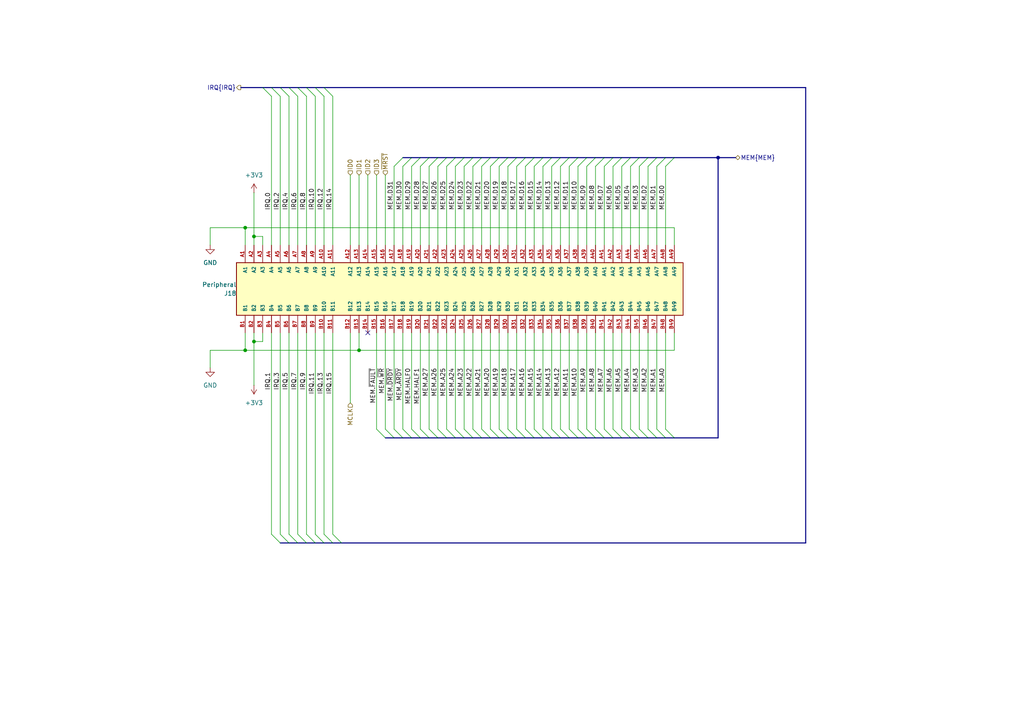
<source format=kicad_sch>
(kicad_sch (version 20231120) (generator "eeschema") (generator_version "8.0")
  (paper "A4")
  (title_block (title "RVFS Peripheral Slot") (date "2024-08-17") (rev "0.0.1") (comment 2 "Unconneccted pins are available for future use.") (comment 3 "PCIe connector, as those are rated for higher current.") (comment 4 "Primary power supply connections are mapped to pins which are used for power on the"))
  (lib_symbols
    (symbol "10018783-10202TLF:10018783-10202TLF" (pin_names (offset 1.016))
      (property "Reference" "J" (at -7.62 64.262 0))
      (property "Value" "10018783-10202TLF" (at -7.62 -68.58 0))
      (symbol "10018783-10202TLF_0_0"
        (rectangle (start -7.62 -66.04) (end 7.62 63.5) (stroke (width 0.254)) (fill (type background)))
        (pin passive line (at -12.7 60.96 0) (length 5.08) (name "A1") (number "A1"))
        (pin passive line (at -12.7 38.1 0) (length 5.08) (name "A10") (number "A10"))
        (pin passive line (at -12.7 35.56 0) (length 5.08) (name "A11") (number "A11"))
        (pin passive line (at -12.7 30.48 0) (length 5.08) (name "A12") (number "A12"))
        (pin passive line (at -12.7 27.94 0) (length 5.08) (name "A13") (number "A13"))
        (pin passive line (at -12.7 25.4 0) (length 5.08) (name "A14") (number "A14"))
        (pin passive line (at -12.7 22.86 0) (length 5.08) (name "A15") (number "A15"))
        (pin passive line (at -12.7 20.32 0) (length 5.08) (name "A16") (number "A16"))
        (pin passive line (at -12.7 17.78 0) (length 5.08) (name "A17") (number "A17"))
        (pin passive line (at -12.7 15.24 0) (length 5.08) (name "A18") (number "A18"))
        (pin passive line (at -12.7 12.7 0) (length 5.08) (name "A19") (number "A19"))
        (pin passive line (at -12.7 58.42 0) (length 5.08) (name "A2") (number "A2"))
        (pin passive line (at -12.7 10.16 0) (length 5.08) (name "A20") (number "A20"))
        (pin passive line (at -12.7 7.62 0) (length 5.08) (name "A21") (number "A21"))
        (pin passive line (at -12.7 5.08 0) (length 5.08) (name "A22") (number "A22"))
        (pin passive line (at -12.7 2.54 0) (length 5.08) (name "A23") (number "A23"))
        (pin passive line (at -12.7 0 0) (length 5.08) (name "A24") (number "A24"))
        (pin passive line (at -12.7 -2.54 0) (length 5.08) (name "A25") (number "A25"))
        (pin passive line (at -12.7 -5.08 0) (length 5.08) (name "A26") (number "A26"))
        (pin passive line (at -12.7 -7.62 0) (length 5.08) (name "A27") (number "A27"))
        (pin passive line (at -12.7 -10.16 0) (length 5.08) (name "A28") (number "A28"))
        (pin passive line (at -12.7 -12.7 0) (length 5.08) (name "A29") (number "A29"))
        (pin passive line (at -12.7 55.88 0) (length 5.08) (name "A3") (number "A3"))
        (pin passive line (at -12.7 -15.24 0) (length 5.08) (name "A30") (number "A30"))
        (pin passive line (at -12.7 -17.78 0) (length 5.08) (name "A31") (number "A31"))
        (pin passive line (at -12.7 -20.32 0) (length 5.08) (name "A32") (number "A32"))
        (pin passive line (at -12.7 -22.86 0) (length 5.08) (name "A33") (number "A33"))
        (pin passive line (at -12.7 -25.4 0) (length 5.08) (name "A34") (number "A34"))
        (pin passive line (at -12.7 -27.94 0) (length 5.08) (name "A35") (number "A35"))
        (pin passive line (at -12.7 -30.48 0) (length 5.08) (name "A36") (number "A36"))
        (pin passive line (at -12.7 -33.02 0) (length 5.08) (name "A37") (number "A37"))
        (pin passive line (at -12.7 -35.56 0) (length 5.08) (name "A38") (number "A38"))
        (pin passive line (at -12.7 -38.1 0) (length 5.08) (name "A39") (number "A39"))
        (pin passive line (at -12.7 53.34 0) (length 5.08) (name "A4") (number "A4"))
        (pin passive line (at -12.7 -40.64 0) (length 5.08) (name "A40") (number "A40"))
        (pin passive line (at -12.7 -43.18 0) (length 5.08) (name "A41") (number "A41"))
        (pin passive line (at -12.7 -45.72 0) (length 5.08) (name "A42") (number "A42"))
        (pin passive line (at -12.7 -48.26 0) (length 5.08) (name "A43") (number "A43"))
        (pin passive line (at -12.7 -50.8 0) (length 5.08) (name "A44") (number "A44"))
        (pin passive line (at -12.7 -53.34 0) (length 5.08) (name "A45") (number "A45"))
        (pin passive line (at -12.7 -55.88 0) (length 5.08) (name "A46") (number "A46"))
        (pin passive line (at -12.7 -58.42 0) (length 5.08) (name "A47") (number "A47"))
        (pin passive line (at -12.7 -60.96 0) (length 5.08) (name "A48") (number "A48"))
        (pin passive line (at -12.7 -63.5 0) (length 5.08) (name "A49") (number "A49"))
        (pin passive line (at -12.7 50.8 0) (length 5.08) (name "A5") (number "A5"))
        (pin passive line (at -12.7 48.26 0) (length 5.08) (name "A6") (number "A6"))
        (pin passive line (at -12.7 45.72 0) (length 5.08) (name "A7") (number "A7"))
        (pin passive line (at -12.7 43.18 0) (length 5.08) (name "A8") (number "A8"))
        (pin passive line (at -12.7 40.64 0) (length 5.08) (name "A9") (number "A9"))
        (pin passive line (at 12.7 60.96 180) (length 5.08) (name "B1") (number "B1"))
        (pin passive line (at 12.7 38.1 180) (length 5.08) (name "B10") (number "B10"))
        (pin passive line (at 12.7 35.56 180) (length 5.08) (name "B11") (number "B11"))
        (pin passive line (at 12.7 30.48 180) (length 5.08) (name "B12") (number "B12"))
        (pin passive line (at 12.7 27.94 180) (length 5.08) (name "B13") (number "B13"))
        (pin passive line (at 12.7 25.4 180) (length 5.08) (name "B14") (number "B14"))
        (pin passive line (at 12.7 22.86 180) (length 5.08) (name "B15") (number "B15"))
        (pin passive line (at 12.7 20.32 180) (length 5.08) (name "B16") (number "B16"))
        (pin passive line (at 12.7 17.78 180) (length 5.08) (name "B17") (number "B17"))
        (pin passive line (at 12.7 15.24 180) (length 5.08) (name "B18") (number "B18"))
        (pin passive line (at 12.7 12.7 180) (length 5.08) (name "B19") (number "B19"))
        (pin passive line (at 12.7 58.42 180) (length 5.08) (name "B2") (number "B2"))
        (pin passive line (at 12.7 10.16 180) (length 5.08) (name "B20") (number "B20"))
        (pin passive line (at 12.7 7.62 180) (length 5.08) (name "B21") (number "B21"))
        (pin passive line (at 12.7 5.08 180) (length 5.08) (name "B22") (number "B22"))
        (pin passive line (at 12.7 2.54 180) (length 5.08) (name "B23") (number "B23"))
        (pin passive line (at 12.7 0 180) (length 5.08) (name "B24") (number "B24"))
        (pin passive line (at 12.7 -2.54 180) (length 5.08) (name "B25") (number "B25"))
        (pin passive line (at 12.7 -5.08 180) (length 5.08) (name "B26") (number "B26"))
        (pin passive line (at 12.7 -7.62 180) (length 5.08) (name "B27") (number "B27"))
        (pin passive line (at 12.7 -10.16 180) (length 5.08) (name "B28") (number "B28"))
        (pin passive line (at 12.7 -12.7 180) (length 5.08) (name "B29") (number "B29"))
        (pin passive line (at 12.7 55.88 180) (length 5.08) (name "B3") (number "B3"))
        (pin passive line (at 12.7 -15.24 180) (length 5.08) (name "B30") (number "B30"))
        (pin passive line (at 12.7 -17.78 180) (length 5.08) (name "B31") (number "B31"))
        (pin passive line (at 12.7 -20.32 180) (length 5.08) (name "B32") (number "B32"))
        (pin passive line (at 12.7 -22.86 180) (length 5.08) (name "B33") (number "B33"))
        (pin passive line (at 12.7 -25.4 180) (length 5.08) (name "B34") (number "B34"))
        (pin passive line (at 12.7 -27.94 180) (length 5.08) (name "B35") (number "B35"))
        (pin passive line (at 12.7 -30.48 180) (length 5.08) (name "B36") (number "B36"))
        (pin passive line (at 12.7 -33.02 180) (length 5.08) (name "B37") (number "B37"))
        (pin passive line (at 12.7 -35.56 180) (length 5.08) (name "B38") (number "B38"))
        (pin passive line (at 12.7 -38.1 180) (length 5.08) (name "B39") (number "B39"))
        (pin passive line (at 12.7 53.34 180) (length 5.08) (name "B4") (number "B4"))
        (pin passive line (at 12.7 -40.64 180) (length 5.08) (name "B40") (number "B40"))
        (pin passive line (at 12.7 -43.18 180) (length 5.08) (name "B41") (number "B41"))
        (pin passive line (at 12.7 -45.72 180) (length 5.08) (name "B42") (number "B42"))
        (pin passive line (at 12.7 -48.26 180) (length 5.08) (name "B43") (number "B43"))
        (pin passive line (at 12.7 -50.8 180) (length 5.08) (name "B44") (number "B44"))
        (pin passive line (at 12.7 -53.34 180) (length 5.08) (name "B45") (number "B45"))
        (pin passive line (at 12.7 -55.88 180) (length 5.08) (name "B46") (number "B46"))
        (pin passive line (at 12.7 -58.42 180) (length 5.08) (name "B47") (number "B47"))
        (pin passive line (at 12.7 -60.96 180) (length 5.08) (name "B48") (number "B48"))
        (pin passive line (at 12.7 -63.5 180) (length 5.08) (name "B49") (number "B49"))
        (pin passive line (at 12.7 50.8 180) (length 5.08) (name "B5") (number "B5"))
        (pin passive line (at 12.7 48.26 180) (length 5.08) (name "B6") (number "B6"))
        (pin passive line (at 12.7 45.72 180) (length 5.08) (name "B7") (number "B7"))
        (pin passive line (at 12.7 43.18 180) (length 5.08) (name "B8") (number "B8"))
        (pin passive line (at 12.7 40.64 180) (length 5.08) (name "B9") (number "B9"))
      )
    )
    (symbol "power:+3V3" (power) (pin_numbers hide) (pin_names (offset 0) hide)
      (property "Value" "+3V3" (at 0 3.556 0))
      (symbol "+3V3_0_1"
        (polyline (pts (xy -0.762 1.27) (xy 0 2.54)))
        (polyline (pts (xy 0 0) (xy 0 2.54)))
        (polyline (pts (xy 0 2.54) (xy 0.762 1.27)))
      )
      (symbol "+3V3_1_1"
        (pin power_in line (at 0 0 90) (length 0) (name "~") (number "1"))
      )
    )
    (symbol "power:GND" (power) (pin_numbers hide) (pin_names (offset 0) hide)
      (property "Value" "GND" (at 0 -3.81 0))
      (symbol "GND_0_1"
        (polyline (pts (xy 0 0) (xy 0 -1.27) (xy 1.27 -1.27) (xy 0 -2.54) (xy -1.27 -1.27) (xy 0 -1.27)))
      )
      (symbol "GND_1_1"
        (pin power_in line (at 0 0 270) (length 0) (name "~") (number "1"))
      )
    )
  )
  (junction (at 208.28 45.72))
  (junction (at 104.14 101.6))
  (junction (at 73.66 99.06))
  (junction (at 71.12 101.6))
  (junction (at 71.12 66.04))
  (junction (at 73.66 68.58))
  (no_connect (at 106.68 96.52))
  (bus_entry (at 134.62 45.72) (size -2.54 2.54))
  (bus_entry (at 124.46 45.72) (size -2.54 2.54))
  (bus_entry (at 152.4 45.72) (size -2.54 2.54))
  (bus_entry (at 121.92 45.72) (size -2.54 2.54))
  (bus_entry (at 149.86 127) (size -2.54 -2.54))
  (bus_entry (at 137.16 45.72) (size -2.54 2.54))
  (bus_entry (at 170.18 45.72) (size -2.54 2.54))
  (bus_entry (at 144.78 127) (size -2.54 -2.54))
  (bus_entry (at 96.52 157.48) (size -2.54 -2.54))
  (bus_entry (at 134.62 127) (size -2.54 -2.54))
  (bus_entry (at 88.9 25.4) (size 2.54 2.54))
  (bus_entry (at 111.76 127) (size -2.54 -2.54))
  (bus_entry (at 129.54 45.72) (size -2.54 2.54))
  (bus_entry (at 139.7 45.72) (size -2.54 2.54))
  (bus_entry (at 147.32 45.72) (size -2.54 2.54))
  (bus_entry (at 76.2 25.4) (size 2.54 2.54))
  (bus_entry (at 114.3 127) (size -2.54 -2.54))
  (bus_entry (at 93.98 157.48) (size -2.54 -2.54))
  (bus_entry (at 116.84 127) (size -2.54 -2.54))
  (bus_entry (at 142.24 127) (size -2.54 -2.54))
  (bus_entry (at 144.78 45.72) (size -2.54 2.54))
  (bus_entry (at 172.72 45.72) (size -2.54 2.54))
  (bus_entry (at 172.72 127) (size -2.54 -2.54))
  (bus_entry (at 165.1 127) (size -2.54 -2.54))
  (bus_entry (at 142.24 45.72) (size -2.54 2.54))
  (bus_entry (at 78.74 25.4) (size 2.54 2.54))
  (bus_entry (at 182.88 45.72) (size -2.54 2.54))
  (bus_entry (at 165.1 45.72) (size -2.54 2.54))
  (bus_entry (at 170.18 127) (size -2.54 -2.54))
  (bus_entry (at 167.64 45.72) (size -2.54 2.54))
  (bus_entry (at 193.04 127) (size -2.54 -2.54))
  (bus_entry (at 127 45.72) (size -2.54 2.54))
  (bus_entry (at 119.38 127) (size -2.54 -2.54))
  (bus_entry (at 175.26 127) (size -2.54 -2.54))
  (bus_entry (at 81.28 25.4) (size 2.54 2.54))
  (bus_entry (at 137.16 127) (size -2.54 -2.54))
  (bus_entry (at 175.26 45.72) (size -2.54 2.54))
  (bus_entry (at 129.54 127) (size -2.54 -2.54))
  (bus_entry (at 132.08 127) (size -2.54 -2.54))
  (bus_entry (at 162.56 45.72) (size -2.54 2.54))
  (bus_entry (at 152.4 127) (size -2.54 -2.54))
  (bus_entry (at 116.84 45.72) (size -2.54 2.54))
  (bus_entry (at 167.64 127) (size -2.54 -2.54))
  (bus_entry (at 177.8 127) (size -2.54 -2.54))
  (bus_entry (at 119.38 45.72) (size -2.54 2.54))
  (bus_entry (at 190.5 45.72) (size -2.54 2.54))
  (bus_entry (at 185.42 45.72) (size -2.54 2.54))
  (bus_entry (at 185.42 127) (size -2.54 -2.54))
  (bus_entry (at 187.96 127) (size -2.54 -2.54))
  (bus_entry (at 93.98 25.4) (size 2.54 2.54))
  (bus_entry (at 91.44 25.4) (size 2.54 2.54))
  (bus_entry (at 147.32 127) (size -2.54 -2.54))
  (bus_entry (at 124.46 127) (size -2.54 -2.54))
  (bus_entry (at 180.34 127) (size -2.54 -2.54))
  (bus_entry (at 99.06 157.48) (size -2.54 -2.54))
  (bus_entry (at 86.36 157.48) (size -2.54 -2.54))
  (bus_entry (at 86.36 25.4) (size 2.54 2.54))
  (bus_entry (at 182.88 127) (size -2.54 -2.54))
  (bus_entry (at 193.04 45.72) (size -2.54 2.54))
  (bus_entry (at 83.82 25.4) (size 2.54 2.54))
  (bus_entry (at 83.82 157.48) (size -2.54 -2.54))
  (bus_entry (at 127 127) (size -2.54 -2.54))
  (bus_entry (at 160.02 127) (size -2.54 -2.54))
  (bus_entry (at 187.96 45.72) (size -2.54 2.54))
  (bus_entry (at 162.56 127) (size -2.54 -2.54))
  (bus_entry (at 91.44 157.48) (size -2.54 -2.54))
  (bus_entry (at 132.08 45.72) (size -2.54 2.54))
  (bus_entry (at 157.48 127) (size -2.54 -2.54))
  (bus_entry (at 81.28 157.48) (size -2.54 -2.54))
  (bus_entry (at 154.94 127) (size -2.54 -2.54))
  (bus_entry (at 149.86 45.72) (size -2.54 2.54))
  (bus_entry (at 190.5 127) (size -2.54 -2.54))
  (bus_entry (at 160.02 45.72) (size -2.54 2.54))
  (bus_entry (at 121.92 127) (size -2.54 -2.54))
  (bus_entry (at 180.34 45.72) (size -2.54 2.54))
  (bus_entry (at 139.7 127) (size -2.54 -2.54))
  (bus_entry (at 177.8 45.72) (size -2.54 2.54))
  (bus_entry (at 195.58 127) (size -2.54 -2.54))
  (bus_entry (at 88.9 157.48) (size -2.54 -2.54))
  (bus_entry (at 195.58 45.72) (size -2.54 2.54))
  (bus_entry (at 157.48 45.72) (size -2.54 2.54))
  (bus_entry (at 154.94 45.72) (size -2.54 2.54))
  (bus (pts (xy 180.34 127) (xy 182.88 127)))
  (wire (pts (xy 157.48 71.12) (xy 157.48 48.26)))
  (wire (pts (xy 109.22 50.8) (xy 109.22 71.12)))
  (bus (pts (xy 152.4 127) (xy 154.94 127)))
  (wire (pts (xy 88.9 27.94) (xy 88.9 71.12)))
  (bus (pts (xy 119.38 127) (xy 121.92 127)))
  (wire (pts (xy 167.64 71.12) (xy 167.64 48.26)))
  (wire (pts (xy 73.66 55.88) (xy 73.66 68.58)))
  (bus (pts (xy 157.48 45.72) (xy 154.94 45.72)))
  (bus (pts (xy 175.26 45.72) (xy 172.72 45.72)))
  (bus (pts (xy 78.74 25.4) (xy 81.28 25.4)))
  (wire (pts (xy 193.04 71.12) (xy 193.04 48.26)))
  (wire (pts (xy 76.2 68.58) (xy 73.66 68.58)))
  (wire (pts (xy 170.18 71.12) (xy 170.18 48.26)))
  (wire (pts (xy 195.58 96.52) (xy 195.58 101.6)))
  (wire (pts (xy 73.66 99.06) (xy 76.2 99.06)))
  (wire (pts (xy 83.82 96.52) (xy 83.82 154.94)))
  (bus (pts (xy 91.44 25.4) (xy 93.98 25.4)))
  (wire (pts (xy 165.1 96.52) (xy 165.1 124.46)))
  (wire (pts (xy 73.66 96.52) (xy 73.66 99.06)))
  (bus (pts (xy 88.9 157.48) (xy 91.44 157.48)))
  (bus (pts (xy 233.68 25.4) (xy 233.68 157.48)))
  (wire (pts (xy 162.56 71.12) (xy 162.56 48.26)))
  (bus (pts (xy 144.78 45.72) (xy 142.24 45.72)))
  (bus (pts (xy 185.42 127) (xy 187.96 127)))
  (wire (pts (xy 73.66 99.06) (xy 73.66 111.76)))
  (bus (pts (xy 182.88 127) (xy 185.42 127)))
  (bus (pts (xy 86.36 25.4) (xy 88.9 25.4)))
  (wire (pts (xy 132.08 71.12) (xy 132.08 48.26)))
  (wire (pts (xy 73.66 68.58) (xy 73.66 71.12)))
  (bus (pts (xy 195.58 45.72) (xy 193.04 45.72)))
  (bus (pts (xy 187.96 45.72) (xy 185.42 45.72)))
  (bus (pts (xy 142.24 45.72) (xy 139.7 45.72)))
  (bus (pts (xy 147.32 127) (xy 149.86 127)))
  (wire (pts (xy 134.62 96.52) (xy 134.62 124.46)))
  (wire (pts (xy 88.9 96.52) (xy 88.9 154.94)))
  (wire (pts (xy 175.26 71.12) (xy 175.26 48.26)))
  (wire (pts (xy 193.04 96.52) (xy 193.04 124.46)))
  (wire (pts (xy 93.98 96.52) (xy 93.98 154.94)))
  (bus (pts (xy 124.46 127) (xy 127 127)))
  (bus (pts (xy 121.92 127) (xy 124.46 127)))
  (wire (pts (xy 139.7 71.12) (xy 139.7 48.26)))
  (bus (pts (xy 129.54 45.72) (xy 127 45.72)))
  (bus (pts (xy 76.2 25.4) (xy 78.74 25.4)))
  (bus (pts (xy 177.8 45.72) (xy 175.26 45.72)))
  (bus (pts (xy 81.28 157.48) (xy 83.82 157.48)))
  (wire (pts (xy 152.4 96.52) (xy 152.4 124.46)))
  (bus (pts (xy 170.18 45.72) (xy 167.64 45.72)))
  (wire (pts (xy 78.74 96.52) (xy 78.74 154.94)))
  (wire (pts (xy 152.4 71.12) (xy 152.4 48.26)))
  (wire (pts (xy 71.12 66.04) (xy 71.12 71.12)))
  (wire (pts (xy 96.52 27.94) (xy 96.52 71.12)))
  (bus (pts (xy 99.06 157.48) (xy 233.68 157.48)))
  (bus (pts (xy 157.48 127) (xy 160.02 127)))
  (wire (pts (xy 109.22 96.52) (xy 109.22 124.46)))
  (bus (pts (xy 111.76 127) (xy 114.3 127)))
  (wire (pts (xy 127 71.12) (xy 127 48.26)))
  (bus (pts (xy 187.96 127) (xy 190.5 127)))
  (wire (pts (xy 172.72 96.52) (xy 172.72 124.46)))
  (bus (pts (xy 190.5 45.72) (xy 187.96 45.72)))
  (wire (pts (xy 124.46 96.52) (xy 124.46 124.46)))
  (wire (pts (xy 81.28 27.94) (xy 81.28 71.12)))
  (wire (pts (xy 154.94 96.52) (xy 154.94 124.46)))
  (wire (pts (xy 129.54 71.12) (xy 129.54 48.26)))
  (bus (pts (xy 88.9 25.4) (xy 91.44 25.4)))
  (wire (pts (xy 154.94 71.12) (xy 154.94 48.26)))
  (wire (pts (xy 121.92 48.26) (xy 121.92 71.12)))
  (wire (pts (xy 71.12 101.6) (xy 71.12 96.52)))
  (bus (pts (xy 208.28 45.72) (xy 213.36 45.72)))
  (wire (pts (xy 165.1 71.12) (xy 165.1 48.26)))
  (bus (pts (xy 180.34 45.72) (xy 177.8 45.72)))
  (bus (pts (xy 93.98 157.48) (xy 96.52 157.48)))
  (bus (pts (xy 137.16 127) (xy 139.7 127)))
  (bus (pts (xy 154.94 45.72) (xy 152.4 45.72)))
  (wire (pts (xy 71.12 66.04) (xy 60.96 66.04)))
  (wire (pts (xy 172.72 71.12) (xy 172.72 48.26)))
  (wire (pts (xy 170.18 96.52) (xy 170.18 124.46)))
  (wire (pts (xy 76.2 71.12) (xy 76.2 68.58)))
  (bus (pts (xy 160.02 127) (xy 162.56 127)))
  (bus (pts (xy 193.04 127) (xy 195.58 127)))
  (bus (pts (xy 116.84 127) (xy 119.38 127)))
  (wire (pts (xy 119.38 96.52) (xy 119.38 124.46)))
  (wire (pts (xy 111.76 50.8) (xy 111.76 71.12)))
  (bus (pts (xy 134.62 127) (xy 137.16 127)))
  (wire (pts (xy 83.82 27.94) (xy 83.82 71.12)))
  (bus (pts (xy 114.3 127) (xy 116.84 127)))
  (wire (pts (xy 60.96 101.6) (xy 71.12 101.6)))
  (bus (pts (xy 129.54 127) (xy 132.08 127)))
  (bus (pts (xy 167.64 127) (xy 170.18 127)))
  (bus (pts (xy 93.98 25.4) (xy 233.68 25.4)))
  (bus (pts (xy 175.26 127) (xy 177.8 127)))
  (wire (pts (xy 177.8 71.12) (xy 177.8 48.26)))
  (bus (pts (xy 195.58 127) (xy 208.28 127)))
  (wire (pts (xy 187.96 71.12) (xy 187.96 48.26)))
  (wire (pts (xy 104.14 50.8) (xy 104.14 71.12)))
  (wire (pts (xy 182.88 71.12) (xy 182.88 48.26)))
  (bus (pts (xy 116.84 45.72) (xy 119.38 45.72)))
  (wire (pts (xy 147.32 96.52) (xy 147.32 124.46)))
  (bus (pts (xy 149.86 45.72) (xy 147.32 45.72)))
  (bus (pts (xy 132.08 127) (xy 134.62 127)))
  (wire (pts (xy 157.48 96.52) (xy 157.48 124.46)))
  (bus (pts (xy 96.52 157.48) (xy 99.06 157.48)))
  (wire (pts (xy 119.38 48.26) (xy 119.38 71.12)))
  (wire (pts (xy 101.6 96.52) (xy 101.6 116.84)))
  (bus (pts (xy 142.24 127) (xy 144.78 127)))
  (wire (pts (xy 160.02 96.52) (xy 160.02 124.46)))
  (wire (pts (xy 175.26 96.52) (xy 175.26 124.46)))
  (bus (pts (xy 172.72 45.72) (xy 170.18 45.72)))
  (wire (pts (xy 101.6 50.8) (xy 101.6 71.12)))
  (bus (pts (xy 124.46 45.72) (xy 127 45.72)))
  (bus (pts (xy 177.8 127) (xy 180.34 127)))
  (wire (pts (xy 195.58 71.12) (xy 195.58 66.04)))
  (wire (pts (xy 86.36 27.94) (xy 86.36 71.12)))
  (wire (pts (xy 182.88 96.52) (xy 182.88 124.46)))
  (wire (pts (xy 96.52 96.52) (xy 96.52 154.94)))
  (bus (pts (xy 81.28 25.4) (xy 83.82 25.4)))
  (wire (pts (xy 93.98 27.94) (xy 93.98 71.12)))
  (bus (pts (xy 172.72 127) (xy 175.26 127)))
  (bus (pts (xy 190.5 127) (xy 193.04 127)))
  (wire (pts (xy 167.64 96.52) (xy 167.64 124.46)))
  (bus (pts (xy 165.1 127) (xy 167.64 127)))
  (bus (pts (xy 154.94 127) (xy 157.48 127)))
  (wire (pts (xy 71.12 66.04) (xy 195.58 66.04)))
  (wire (pts (xy 160.02 71.12) (xy 160.02 48.26)))
  (bus (pts (xy 144.78 127) (xy 147.32 127)))
  (bus (pts (xy 162.56 45.72) (xy 160.02 45.72)))
  (wire (pts (xy 86.36 96.52) (xy 86.36 154.94)))
  (wire (pts (xy 180.34 96.52) (xy 180.34 124.46)))
  (wire (pts (xy 127 96.52) (xy 127 124.46)))
  (bus (pts (xy 170.18 127) (xy 172.72 127)))
  (bus (pts (xy 162.56 127) (xy 165.1 127)))
  (bus (pts (xy 147.32 45.72) (xy 144.78 45.72)))
  (wire (pts (xy 190.5 71.12) (xy 190.5 48.26)))
  (wire (pts (xy 149.86 71.12) (xy 149.86 48.26)))
  (bus (pts (xy 127 127) (xy 129.54 127)))
  (bus (pts (xy 182.88 45.72) (xy 180.34 45.72)))
  (bus (pts (xy 83.82 25.4) (xy 86.36 25.4)))
  (wire (pts (xy 185.42 96.52) (xy 185.42 124.46)))
  (wire (pts (xy 190.5 96.52) (xy 190.5 124.46)))
  (wire (pts (xy 144.78 71.12) (xy 144.78 48.26)))
  (wire (pts (xy 177.8 96.52) (xy 177.8 124.46)))
  (bus (pts (xy 91.44 157.48) (xy 93.98 157.48)))
  (wire (pts (xy 144.78 96.52) (xy 144.78 124.46)))
  (wire (pts (xy 71.12 101.6) (xy 104.14 101.6)))
  (bus (pts (xy 152.4 45.72) (xy 149.86 45.72)))
  (wire (pts (xy 137.16 71.12) (xy 137.16 48.26)))
  (wire (pts (xy 60.96 66.04) (xy 60.96 71.12)))
  (wire (pts (xy 106.68 50.8) (xy 106.68 71.12)))
  (wire (pts (xy 104.14 101.6) (xy 195.58 101.6)))
  (bus (pts (xy 185.42 45.72) (xy 182.88 45.72)))
  (wire (pts (xy 129.54 96.52) (xy 129.54 124.46)))
  (wire (pts (xy 180.34 71.12) (xy 180.34 48.26)))
  (bus (pts (xy 208.28 45.72) (xy 195.58 45.72)))
  (bus (pts (xy 137.16 45.72) (xy 134.62 45.72)))
  (wire (pts (xy 142.24 71.12) (xy 142.24 48.26)))
  (wire (pts (xy 142.24 96.52) (xy 142.24 124.46)))
  (wire (pts (xy 91.44 27.94) (xy 91.44 71.12)))
  (wire (pts (xy 116.84 96.52) (xy 116.84 124.46)))
  (bus (pts (xy 119.38 45.72) (xy 121.92 45.72)))
  (bus (pts (xy 134.62 45.72) (xy 132.08 45.72)))
  (wire (pts (xy 81.28 96.52) (xy 81.28 154.94)))
  (wire (pts (xy 149.86 96.52) (xy 149.86 124.46)))
  (wire (pts (xy 114.3 48.26) (xy 114.3 71.12)))
  (wire (pts (xy 60.96 106.68) (xy 60.96 101.6)))
  (bus (pts (xy 121.92 45.72) (xy 124.46 45.72)))
  (wire (pts (xy 76.2 96.52) (xy 76.2 99.06)))
  (bus (pts (xy 149.86 127) (xy 152.4 127)))
  (wire (pts (xy 134.62 71.12) (xy 134.62 48.26)))
  (bus (pts (xy 86.36 157.48) (xy 88.9 157.48)))
  (wire (pts (xy 137.16 96.52) (xy 137.16 124.46)))
  (wire (pts (xy 121.92 96.52) (xy 121.92 124.46)))
  (wire (pts (xy 139.7 96.52) (xy 139.7 124.46)))
  (wire (pts (xy 114.3 96.52) (xy 114.3 124.46)))
  (bus (pts (xy 139.7 127) (xy 142.24 127)))
  (wire (pts (xy 162.56 96.52) (xy 162.56 124.46)))
  (wire (pts (xy 185.42 71.12) (xy 185.42 48.26)))
  (bus (pts (xy 208.28 45.72) (xy 208.28 127)))
  (bus (pts (xy 69.85 25.4) (xy 76.2 25.4)))
  (wire (pts (xy 147.32 71.12) (xy 147.32 48.26)))
  (bus (pts (xy 139.7 45.72) (xy 137.16 45.72)))
  (wire (pts (xy 111.76 96.52) (xy 111.76 124.46)))
  (wire (pts (xy 124.46 71.12) (xy 124.46 48.26)))
  (bus (pts (xy 160.02 45.72) (xy 157.48 45.72)))
  (bus (pts (xy 83.82 157.48) (xy 86.36 157.48)))
  (wire (pts (xy 187.96 96.52) (xy 187.96 124.46)))
  (bus (pts (xy 165.1 45.72) (xy 162.56 45.72)))
  (wire (pts (xy 78.74 27.94) (xy 78.74 71.12)))
  (bus (pts (xy 167.64 45.72) (xy 165.1 45.72)))
  (bus (pts (xy 193.04 45.72) (xy 190.5 45.72)))
  (wire (pts (xy 91.44 96.52) (xy 91.44 154.94)))
  (wire (pts (xy 116.84 48.26) (xy 116.84 71.12)))
  (wire (pts (xy 104.14 96.52) (xy 104.14 101.6)))
  (wire (pts (xy 132.08 96.52) (xy 132.08 124.46)))
  (bus (pts (xy 132.08 45.72) (xy 129.54 45.72)))
  (label "MEM.A4" (at 182.88 106.68 270))
  (label "IRQ.3" (at 81.28 107.95 270))
  (label "MEM.D4" (at 182.88 60.96 90))
  (label "MEM.D1" (at 190.5 60.96 90))
  (label "MEM.A9" (at 170.18 106.68 270))
  (label "MEM.D5" (at 180.34 60.96 90))
  (label "MEM.A23" (at 134.62 106.68 270))
  (label "IRQ.6" (at 86.36 60.96 90))
  (label "MEM.HALF0" (at 119.38 106.68 270))
  (label "MEM.A5" (at 180.34 106.68 270))
  (label "MEM.A1" (at 190.5 106.68 270))
  (label "MEM.D3" (at 185.42 60.96 90))
  (label "MEM.A16" (at 152.4 106.68 270))
  (label "MEM.D18" (at 147.32 60.96 90))
  (label "MEM.A8" (at 172.72 106.68 270))
  (label "MEM.D7" (at 175.26 60.96 90))
  (label "MEM.D30" (at 116.84 60.96 90))
  (label "MEM.A27" (at 124.46 106.68 270))
  (label "MEM.A15" (at 154.94 106.68 270))
  (label "MEM.D26" (at 127 60.96 90))
  (label "MEM.D21" (at 139.7 60.96 90))
  (label "MEM.D15" (at 154.94 60.96 90))
  (label "MEM.A11" (at 165.1 106.68 270))
  (label "MEM.A2" (at 187.96 106.68 270))
  (label "MEM.D31" (at 114.3 60.96 90))
  (label "MEM.A12" (at 162.56 106.68 270))
  (label "MEM.A18" (at 147.32 106.68 270))
  (label "MEM.A6" (at 177.8 106.68 270))
  (label "MEM.D23" (at 134.62 60.96 90))
  (label "IRQ.15" (at 96.52 107.95 270))
  (label "MEM.A17" (at 149.86 106.68 270))
  (label "MEM.D24" (at 132.08 60.96 90))
  (label "IRQ.12" (at 93.98 60.96 90))
  (label "MEM.D17" (at 149.86 60.96 90))
  (label "MEM.D2" (at 187.96 60.96 90))
  (label "MEM.A21" (at 139.7 106.68 270))
  (label "IRQ.9" (at 88.9 107.95 270))
  (label "IRQ.5" (at 83.82 107.95 270))
  (label "MEM.A20" (at 142.24 106.68 270))
  (label "MEM.D25" (at 129.54 60.96 90))
  (label "MEM.A0" (at 193.04 106.68 270))
  (label "IRQ.2" (at 81.28 60.96 90))
  (label "MEM.~{DRDY}" (at 114.3 106.68 270))
  (label "IRQ.4" (at 83.82 60.96 90))
  (label "IRQ.7" (at 86.36 107.95 270))
  (label "MEM.HALF1" (at 121.92 106.68 270))
  (label "MEM.D0" (at 193.04 60.96 90))
  (label "IRQ.1" (at 78.74 107.95 270))
  (label "MEM.D16" (at 152.4 60.96 90))
  (label "MEM.D29" (at 119.38 60.96 90))
  (label "MEM.A26" (at 127 106.68 270))
  (label "MEM.A22" (at 137.16 106.68 270))
  (label "MEM.D13" (at 160.02 60.96 90))
  (label "MEM.~{WR}" (at 111.76 106.68 270))
  (label "MEM.A10" (at 167.64 106.68 270))
  (label "MEM.D27" (at 124.46 60.96 90))
  (label "MEM.D14" (at 157.48 60.96 90))
  (label "MEM.D10" (at 167.64 60.96 90))
  (label "MEM.A13" (at 160.02 106.68 270))
  (label "MEM.~{ARDY}" (at 116.84 106.68 270))
  (label "IRQ.14" (at 96.52 60.96 90))
  (label "MEM.D6" (at 177.8 60.96 90))
  (label "MEM.D20" (at 142.24 60.96 90))
  (label "MEM.A25" (at 129.54 106.68 270))
  (label "MEM.A19" (at 144.78 106.68 270))
  (label "IRQ.10" (at 91.44 60.96 90))
  (label "MEM.D12" (at 162.56 60.96 90))
  (label "MEM.D19" (at 144.78 60.96 90))
  (label "IRQ.13" (at 93.98 107.95 270))
  (label "MEM.~{FAULT}" (at 109.22 106.68 270))
  (label "IRQ.8" (at 88.9 60.96 90))
  (label "MEM.A3" (at 185.42 106.68 270))
  (label "MEM.D22" (at 137.16 60.96 90))
  (label "MEM.A7" (at 175.26 106.68 270))
  (label "MEM.D8" (at 172.72 60.96 90))
  (label "IRQ.0" (at 78.74 60.96 90))
  (label "MEM.D28" (at 121.92 60.96 90))
  (label "MEM.D9" (at 170.18 60.96 90))
  (label "MEM.D11" (at 165.1 60.96 90))
  (label "IRQ.11" (at 91.44 107.95 270))
  (label "MEM.A14" (at 157.48 106.68 270))
  (label "MEM.A24" (at 132.08 106.68 270))
  (hierarchical_label "ID2" (shape input) (at 106.68 50.8 90))
  (hierarchical_label "ID1" (shape input) (at 104.14 50.8 90))
  (hierarchical_label "ID3" (shape input) (at 109.22 50.8 90))
  (hierarchical_label "MCLK" (shape input) (at 101.6 116.84 270))
  (hierarchical_label "ID0" (shape input) (at 101.6 50.8 90))
  (hierarchical_label "~{MRST}" (shape input) (at 111.76 50.8 90))
  (hierarchical_label "IRQ{IRQ}" (shape output) (at 69.85 25.4 180))
  (hierarchical_label "MEM{MEM}" (shape bidirectional) (at 213.36 45.72 0))
  (symbol (lib_id "power:+3V3") (at 73.66 55.88 0) (unit 1)
    (property "Reference" "#PWR0168" (effects (hide yes)))
    (property "Value" "+3V3" (at 73.66 50.8 0))
    (property "Description" "Power symbol creates a global label with name \"+3V3\"" (effects (hide yes)))
    (instances (project "" (path "" (reference "#PWR0168") (unit 1)) (path "" (reference "#PWR0165") (unit 1)) (path "" (reference "#PWR0156") (unit 1)) (path "" (reference "#PWR0171") (unit 1)) (path "" (reference "#PWR0159") (unit 1)) (path "" (reference "#PWR0162") (unit 1))))
  )
  (symbol (lib_id "power:GND") (at 60.96 71.12 0) (unit 1)
    (property "Reference" "#PWR0167" (effects (hide yes)))
    (property "Value" "GND" (at 60.96 76.2 0))
    (property "Description" "Power symbol creates a global label with name \"GND\" , ground" (effects (hide yes)))
    (instances (project "" (path "" (reference "#PWR0167") (unit 1)) (path "" (reference "#PWR0164") (unit 1)) (path "" (reference "#PWR0155") (unit 1)) (path "" (reference "#PWR0170") (unit 1)) (path "" (reference "#PWR0158") (unit 1)) (path "" (reference "#PWR0161") (unit 1))))
  )
  (symbol (lib_id "power:+3V3") (at 73.66 111.76 180) (unit 1)
    (property "Reference" "#PWR0169" (effects (hide yes)))
    (property "Value" "+3V3" (at 73.66 116.84 0))
    (property "Description" "Power symbol creates a global label with name \"+3V3\"" (effects (hide yes)))
    (instances (project "" (path "" (reference "#PWR0169") (unit 1)) (path "" (reference "#PWR0166") (unit 1)) (path "" (reference "#PWR0157") (unit 1)) (path "" (reference "#PWR0172") (unit 1)) (path "" (reference "#PWR0160") (unit 1)) (path "" (reference "#PWR0163") (unit 1))))
  )
  (symbol (lib_id "power:GND") (at 60.96 106.68 0) (unit 1)
    (property "Reference" "#PWR0222" (effects (hide yes)))
    (property "Value" "GND" (at 60.96 111.76 0))
    (property "Description" "Power symbol creates a global label with name \"GND\" , ground" (effects (hide yes)))
    (instances (project "backplane" (path "" (reference "#PWR0226") (unit 1)) (path "" (reference "#PWR0225") (unit 1)) (path "" (reference "#PWR0222") (unit 1)) (path "" (reference "#PWR0227") (unit 1)) (path "" (reference "#PWR0223") (unit 1)) (path "" (reference "#PWR0224") (unit 1))))
  )
  (symbol (lib_id "10018783-10202TLF:10018783-10202TLF") (at 132.08 83.82 90) (mirror x) (unit 1)
    (property "Reference" "J18" (at 68.58 85.0901 90) (effects (justify left)))
    (property "Value" "Peripheral" (at 68.58 82.5501 90) (effects (justify left)))
    (property "Footprint" "10018783_10202TLF:AMPHENOL_10018783-10202TLF" (effects (hide yes)))
    (property "Datasheet" "https://cdn.amphenol-cs.com/media/wysiwyg/files/documentation/datasheet/ssio/ssio_pcie_gen3.pdf" (effects (hide yes)))
    (property "PARTREV" "AA" (effects (hide yes)))
    (property "STANDARD" "Manufacturer Recommendations" (effects (hide yes)))
    (property "MAXIMUM_PACKAGE_HEIGHT" "11.25mm" (effects (hide yes)))
    (property "MANUFACTURER" "Amphenol" (effects (hide yes)))
    (property "Part Number" "10018783-10202TLF" (effects (hide yes)))
    (instances (project "" (path "" (reference "J18") (unit 1)) (path "" (reference "J17") (unit 1)) (path "" (reference "J14") (unit 1)) (path "" (reference "J19") (unit 1)) (path "" (reference "J15") (unit 1)) (path "" (reference "J16") (unit 1))))
  )
)
</source>
